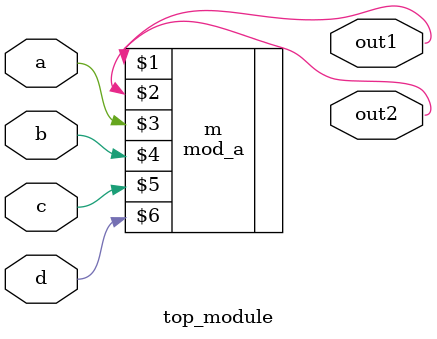
<source format=v>
module top_module (
    input a,
    input b,
    input c,
    input d,
    output out1,
    output out2
);
    mod_a m (out1, out2, a, b, c, d);
endmodule

</source>
